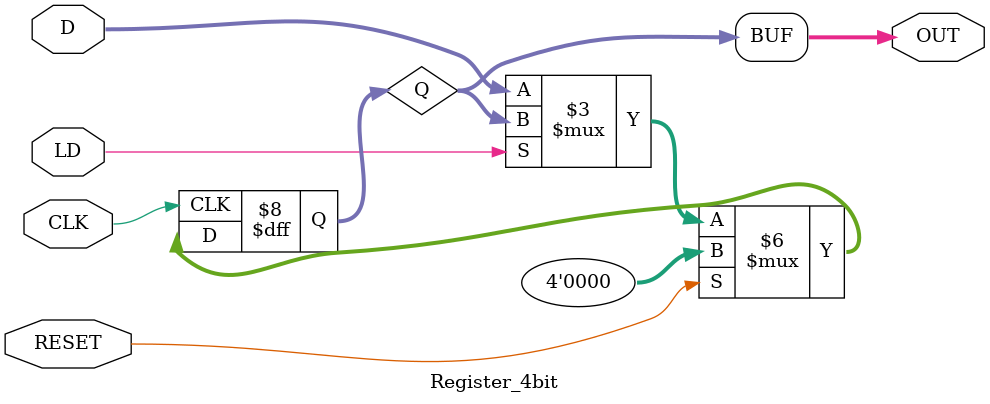
<source format=v>
module Register_4bit(
	input CLK,
	input [3:0]D,
	input LD,
	input RESET,
	output [3:0]OUT
);

	reg [3:0]Q;
	
	always @ (posedge CLK) begin
		if(RESET) begin
			Q <= 4'b0000;
		end else begin
			if(~LD) begin
				Q <= D;
			end
		end
	end
	
	assign OUT = Q;

endmodule

</source>
